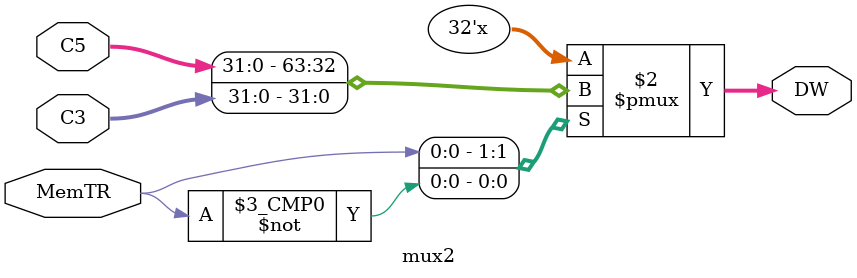
<source format=v>
`timescale 1ns/1ns

module mux2(
	input MemTR,
	input [31:0] C5,
	input [31:0] C3,
	output reg [31:0] DW
);

always@*
begin
	case(MemTR)
		1'd1:
			DW = C5;
		1'd0:
			DW = C3;

	endcase
end
endmodule


</source>
